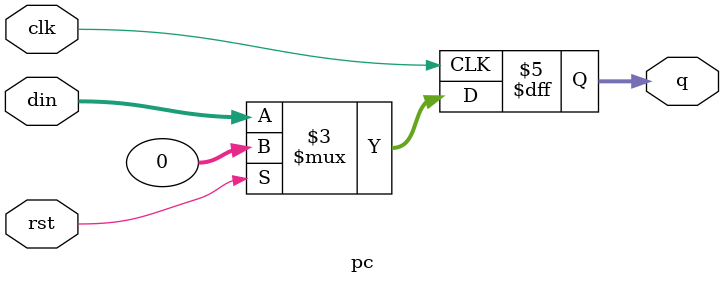
<source format=sv>

module pc(din,clk, rst, q);
input clk;
input rst; 
input [31:0] din;
output logic [31:0] q;
always_ff @(posedge clk) 
begin
 	if(rst) 
	
	begin
		q <= 32'b0;
	end
	
	else 
	
	begin
		q<=din; //here q in processor stage is pc_present+4
	end
end
endmodule
</source>
